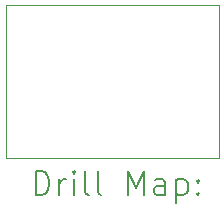
<source format=gbr>
%TF.GenerationSoftware,KiCad,Pcbnew,6.0.11*%
%TF.CreationDate,2025-02-19T14:46:15+01:00*%
%TF.ProjectId,SPL06,53504c30-362e-46b6-9963-61645f706362,rev?*%
%TF.SameCoordinates,Original*%
%TF.FileFunction,Drillmap*%
%TF.FilePolarity,Positive*%
%FSLAX45Y45*%
G04 Gerber Fmt 4.5, Leading zero omitted, Abs format (unit mm)*
G04 Created by KiCad (PCBNEW 6.0.11) date 2025-02-19 14:46:15*
%MOMM*%
%LPD*%
G01*
G04 APERTURE LIST*
%ADD10C,0.050000*%
%ADD11C,0.200000*%
G04 APERTURE END LIST*
D10*
X14872000Y-8776000D02*
X14872000Y-7480000D01*
X14872000Y-7480000D02*
X13068000Y-7480000D01*
X13068000Y-7480000D02*
X13068000Y-8776000D01*
X14872000Y-8776000D02*
X13068000Y-8776000D01*
D11*
X13323119Y-9088976D02*
X13323119Y-8888976D01*
X13370738Y-8888976D01*
X13399309Y-8898500D01*
X13418357Y-8917548D01*
X13427881Y-8936595D01*
X13437405Y-8974690D01*
X13437405Y-9003262D01*
X13427881Y-9041357D01*
X13418357Y-9060405D01*
X13399309Y-9079452D01*
X13370738Y-9088976D01*
X13323119Y-9088976D01*
X13523119Y-9088976D02*
X13523119Y-8955643D01*
X13523119Y-8993738D02*
X13532643Y-8974690D01*
X13542167Y-8965167D01*
X13561214Y-8955643D01*
X13580262Y-8955643D01*
X13646928Y-9088976D02*
X13646928Y-8955643D01*
X13646928Y-8888976D02*
X13637405Y-8898500D01*
X13646928Y-8908024D01*
X13656452Y-8898500D01*
X13646928Y-8888976D01*
X13646928Y-8908024D01*
X13770738Y-9088976D02*
X13751690Y-9079452D01*
X13742167Y-9060405D01*
X13742167Y-8888976D01*
X13875500Y-9088976D02*
X13856452Y-9079452D01*
X13846928Y-9060405D01*
X13846928Y-8888976D01*
X14104071Y-9088976D02*
X14104071Y-8888976D01*
X14170738Y-9031833D01*
X14237405Y-8888976D01*
X14237405Y-9088976D01*
X14418357Y-9088976D02*
X14418357Y-8984214D01*
X14408833Y-8965167D01*
X14389786Y-8955643D01*
X14351690Y-8955643D01*
X14332643Y-8965167D01*
X14418357Y-9079452D02*
X14399309Y-9088976D01*
X14351690Y-9088976D01*
X14332643Y-9079452D01*
X14323119Y-9060405D01*
X14323119Y-9041357D01*
X14332643Y-9022310D01*
X14351690Y-9012786D01*
X14399309Y-9012786D01*
X14418357Y-9003262D01*
X14513595Y-8955643D02*
X14513595Y-9155643D01*
X14513595Y-8965167D02*
X14532643Y-8955643D01*
X14570738Y-8955643D01*
X14589786Y-8965167D01*
X14599309Y-8974690D01*
X14608833Y-8993738D01*
X14608833Y-9050881D01*
X14599309Y-9069929D01*
X14589786Y-9079452D01*
X14570738Y-9088976D01*
X14532643Y-9088976D01*
X14513595Y-9079452D01*
X14694548Y-9069929D02*
X14704071Y-9079452D01*
X14694548Y-9088976D01*
X14685024Y-9079452D01*
X14694548Y-9069929D01*
X14694548Y-9088976D01*
X14694548Y-8965167D02*
X14704071Y-8974690D01*
X14694548Y-8984214D01*
X14685024Y-8974690D01*
X14694548Y-8965167D01*
X14694548Y-8984214D01*
M02*

</source>
